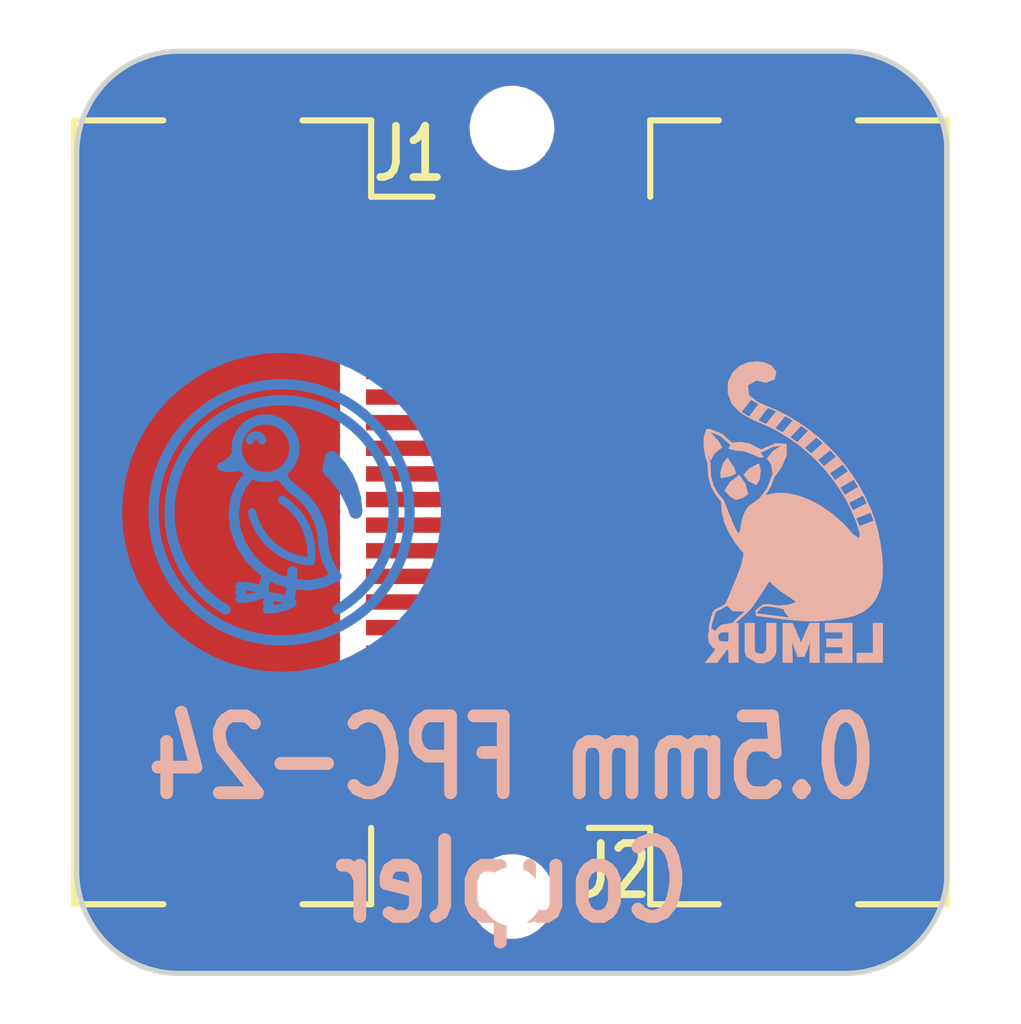
<source format=kicad_pcb>
(kicad_pcb (version 20221018) (generator pcbnew)
  (layers (0 "F.Cu" signal) (31 "B.Cu" signal) (34 "B.Paste" user) (35 "F.Paste" user) (36 "B.SilkS" user "B.Silkscreen") (37 "F.SilkS" user "F.Silkscreen") (38 "B.Mask" user) (39 "F.Mask" user) (44 "Edge.Cuts" user))
  (net 0 "")
  (net 1 "Net-(J1-Pad1)")
  (net 2 "Net-(J1-Pad2)")
  (net 3 "Net-(J1-Pad3)")
  (net 4 "Net-(J1-Pad4)")
  (net 5 "Net-(J1-Pad5)")
  (net 6 "Net-(J1-Pad6)")
  (net 7 "Net-(J1-Pad7)")
  (net 8 "Net-(J1-Pad8)")
  (net 9 "Net-(J1-Pad9)")
  (net 10 "Net-(J1-Pad10)")
  (net 11 "Net-(J1-Pad11)")
  (net 12 "Net-(J1-Pad12)")
  (net 13 "Net-(J1-Pad13)")
  (net 14 "Net-(J1-Pad14)")
  (net 15 "Net-(J1-Pad15)")
  (net 16 "Net-(J1-Pad16)")
  (net 17 "Net-(J1-Pad17)")
  (net 18 "Net-(J1-Pad18)")
  (net 19 "Net-(J1-Pad19)")
  (net 20 "Net-(J1-Pad20)")
  (net 21 "Net-(J1-Pad21)")
  (net 22 "Net-(J1-Pad22)")
  (net 23 "Net-(J1-Pad23)")
  (net 24 "Net-(J1-Pad24)")
  (footprint "" (layer "F.Cu") (at 154.5 92.5)
    (fp_text reference "" (at 0 0) (layer "F.SilkS") (effects (font (size 1.27 1.27))))
    (fp_text value "" (at 0 0) (layer "F.SilkS") (effects (font (size 1.27 1.27))))
    (pad "" np_thru_hole circle (at 0 0) (size 1.152 1.152) (drill 1.152) (layers "F&B.Cu" "*.Mask"))
  )
  (footprint "Connector_FFC-FPC:Hirose_FH12-24S-0.5SH_1x24-1MP_P0.50mm_Horizontal" (layer "F.Cu") (at 158.5 100 90)
    (fp_text reference "J2" (at -7 -2) (layer "F.SilkS") (effects (font (size 1 0.8))))
    (fp_text value "Conn_01x24")
    (fp_line (start -7.65 -1.3) (end -7.65 0.04) (stroke (width 0.12)) (layer "F.SilkS"))
    (fp_line (start -7.65 2.76) (end -7.65 4.5) (stroke (width 0.12)) (layer "F.SilkS"))
    (fp_line (start -7.65 4.5) (end 7.65 4.5) (stroke (width 0.12)) (layer "F.SilkS"))
    (fp_line (start -6.16 -1.3) (end -7.65 -1.3) (stroke (width 0.12)) (layer "F.SilkS"))
    (fp_line (start -6.16 -1.3) (end -6.16 -2.5) (stroke (width 0.12)) (layer "F.SilkS"))
    (fp_line (start 6.16 -1.3) (end 7.65 -1.3) (stroke (width 0.12)) (layer "F.SilkS"))
    (fp_line (start 7.65 -1.3) (end 7.65 0.04) (stroke (width 0.12)) (layer "F.SilkS"))
    (fp_line (start 7.65 4.5) (end 7.65 2.76) (stroke (width 0.12)) (layer "F.SilkS"))
    (pad "1" smd rect (at -5.75 -1.85 90) (size 0.3 1.3) (layers "F.Cu" "F.Paste" "F.Mask") (net 24 "Net-(J1-Pad24)"))
    (pad "2" smd rect (at -5.25 -1.85 90) (size 0.3 1.3) (layers "F.Cu" "F.Paste" "F.Mask") (net 23 "Net-(J1-Pad23)"))
    (pad "3" smd rect (at -4.75 -1.85 90) (size 0.3 1.3) (layers "F.Cu" "F.Paste" "F.Mask") (net 22 "Net-(J1-Pad22)"))
    (pad "4" smd rect (at -4.25 -1.85 90) (size 0.3 1.3) (layers "F.Cu" "F.Paste" "F.Mask") (net 21 "Net-(J1-Pad21)"))
    (pad "5" smd rect (at -3.75 -1.85 90) (size 0.3 1.3) (layers "F.Cu" "F.Paste" "F.Mask") (net 20 "Net-(J1-Pad20)"))
    (pad "6" smd rect (at -3.25 -1.85 90) (size 0.3 1.3) (layers "F.Cu" "F.Paste" "F.Mask") (net 19 "Net-(J1-Pad19)"))
    (pad "7" smd rect (at -2.75 -1.85 90) (size 0.3 1.3) (layers "F.Cu" "F.Paste" "F.Mask") (net 18 "Net-(J1-Pad18)"))
    (pad "8" smd rect (at -2.25 -1.85 90) (size 0.3 1.3) (layers "F.Cu" "F.Paste" "F.Mask") (net 17 "Net-(J1-Pad17)"))
    (pad "9" smd rect (at -1.75 -1.85 90) (size 0.3 1.3) (layers "F.Cu" "F.Paste" "F.Mask") (net 16 "Net-(J1-Pad16)"))
    (pad "10" smd rect (at -1.25 -1.85 90) (size 0.3 1.3) (layers "F.Cu" "F.Paste" "F.Mask") (net 15 "Net-(J1-Pad15)"))
    (pad "11" smd rect (at -0.75 -1.85 90) (size 0.3 1.3) (layers "F.Cu" "F.Paste" "F.Mask") (net 14 "Net-(J1-Pad14)"))
    (pad "12" smd rect (at -0.25 -1.85 90) (size 0.3 1.3) (layers "F.Cu" "F.Paste" "F.Mask") (net 13 "Net-(J1-Pad13)"))
    (pad "13" smd rect (at 0.25 -1.85 90) (size 0.3 1.3) (layers "F.Cu" "F.Paste" "F.Mask") (net 12 "Net-(J1-Pad12)"))
    (pad "14" smd rect (at 0.75 -1.85 90) (size 0.3 1.3) (layers "F.Cu" "F.Paste" "F.Mask") (net 11 "Net-(J1-Pad11)"))
    (pad "15" smd rect (at 1.25 -1.85 90) (size 0.3 1.3) (layers "F.Cu" "F.Paste" "F.Mask") (net 10 "Net-(J1-Pad10)"))
    (pad "16" smd rect (at 1.75 -1.85 90) (size 0.3 1.3) (layers "F.Cu" "F.Paste" "F.Mask") (net 9 "Net-(J1-Pad9)"))
    (pad "17" smd rect (at 2.25 -1.85 90) (size 0.3 1.3) (layers "F.Cu" "F.Paste" "F.Mask") (net 8 "Net-(J1-Pad8)"))
    (pad "18" smd rect (at 2.75 -1.85 90) (size 0.3 1.3) (layers "F.Cu" "F.Paste" "F.Mask") (net 7 "Net-(J1-Pad7)"))
    (pad "19" smd rect (at 3.25 -1.85 90) (size 0.3 1.3) (layers "F.Cu" "F.Paste" "F.Mask") (net 6 "Net-(J1-Pad6)"))
    (pad "20" smd rect (at 3.75 -1.85 90) (size 0.3 1.3) (layers "F.Cu" "F.Paste" "F.Mask") (net 5 "Net-(J1-Pad5)"))
    (pad "21" smd rect (at 4.25 -1.85 90) (size 0.3 1.3) (layers "F.Cu" "F.Paste" "F.Mask") (net 4 "Net-(J1-Pad4)"))
    (pad "22" smd rect (at 4.75 -1.85 90) (size 0.3 1.3) (layers "F.Cu" "F.Paste" "F.Mask") (net 3 "Net-(J1-Pad3)"))
    (pad "23" smd rect (at 5.25 -1.85 90) (size 0.3 1.3) (layers "F.Cu" "F.Paste" "F.Mask") (net 2 "Net-(J1-Pad2)"))
    (pad "24" smd rect (at 5.75 -1.85 90) (size 0.3 1.3) (layers "F.Cu" "F.Paste" "F.Mask") (net 1 "Net-(J1-Pad1)"))
    (pad "MP" smd rect (at -7.65 1.4 90) (size 1.8 2.2) (layers "F.Cu" "F.Paste" "F.Mask"))
    (pad "MP" smd rect (at 7.65 1.4 90) (size 1.8 2.2) (layers "F.Cu" "F.Paste" "F.Mask"))
  )
  (footprint "Connector_FFC-FPC:Hirose_FH12-24S-0.5SH_1x24-1MP_P0.50mm_Horizontal" (layer "F.Cu") (at 150.45 100 -90)
    (fp_text reference "J1" (at -7 -2.05) (layer "F.SilkS") (effects (font (size 1 0.8))))
    (fp_text value "Conn_01x24")
    (fp_line (start -7.65 -1.3) (end -7.65 0.04) (stroke (width 0.12)) (layer "F.SilkS"))
    (fp_line (start -7.65 2.76) (end -7.65 4.5) (stroke (width 0.12)) (layer "F.SilkS"))
    (fp_line (start -7.65 4.5) (end 7.65 4.5) (stroke (width 0.12)) (layer "F.SilkS"))
    (fp_line (start -6.16 -1.3) (end -7.65 -1.3) (stroke (width 0.12)) (layer "F.SilkS"))
    (fp_line (start -6.16 -1.3) (end -6.16 -2.5) (stroke (width 0.12)) (layer "F.SilkS"))
    (fp_line (start 6.16 -1.3) (end 7.65 -1.3) (stroke (width 0.12)) (layer "F.SilkS"))
    (fp_line (start 7.65 -1.3) (end 7.65 0.04) (stroke (width 0.12)) (layer "F.SilkS"))
    (fp_line (start 7.65 4.5) (end 7.65 2.76) (stroke (width 0.12)) (layer "F.SilkS"))
    (pad "1" smd rect (at -5.75 -1.85 270) (size 0.3 1.3) (layers "F.Cu" "F.Paste" "F.Mask") (net 1 "Net-(J1-Pad1)"))
    (pad "2" smd rect (at -5.25 -1.85 270) (size 0.3 1.3) (layers "F.Cu" "F.Paste" "F.Mask") (net 2 "Net-(J1-Pad2)"))
    (pad "3" smd rect (at -4.75 -1.85 270) (size 0.3 1.3) (layers "F.Cu" "F.Paste" "F.Mask") (net 3 "Net-(J1-Pad3)"))
    (pad "4" smd rect (at -4.25 -1.85 270) (size 0.3 1.3) (layers "F.Cu" "F.Paste" "F.Mask") (net 4 "Net-(J1-Pad4)"))
    (pad "5" smd rect (at -3.75 -1.85 270) (size 0.3 1.3) (layers "F.Cu" "F.Paste" "F.Mask") (net 5 "Net-(J1-Pad5)"))
    (pad "6" smd rect (at -3.25 -1.85 270) (size 0.3 1.3) (layers "F.Cu" "F.Paste" "F.Mask") (net 6 "Net-(J1-Pad6)"))
    (pad "7" smd rect (at -2.75 -1.85 270) (size 0.3 1.3) (layers "F.Cu" "F.Paste" "F.Mask") (net 7 "Net-(J1-Pad7)"))
    (pad "8" smd rect (at -2.25 -1.85 270) (size 0.3 1.3) (layers "F.Cu" "F.Paste" "F.Mask") (net 8 "Net-(J1-Pad8)"))
    (pad "9" smd rect (at -1.75 -1.85 270) (size 0.3 1.3) (layers "F.Cu" "F.Paste" "F.Mask") (net 9 "Net-(J1-Pad9)"))
    (pad "10" smd rect (at -1.25 -1.85 270) (size 0.3 1.3) (layers "F.Cu" "F.Paste" "F.Mask") (net 10 "Net-(J1-Pad10)"))
    (pad "11" smd rect (at -0.75 -1.85 270) (size 0.3 1.3) (layers "F.Cu" "F.Paste" "F.Mask") (net 11 "Net-(J1-Pad11)"))
    (pad "12" smd rect (at -0.25 -1.85 270) (size 0.3 1.3) (layers "F.Cu" "F.Paste" "F.Mask") (net 12 "Net-(J1-Pad12)"))
    (pad "13" smd rect (at 0.25 -1.85 270) (size 0.3 1.3) (layers "F.Cu" "F.Paste" "F.Mask") (net 13 "Net-(J1-Pad13)"))
    (pad "14" smd rect (at 0.75 -1.85 270) (size 0.3 1.3) (layers "F.Cu" "F.Paste" "F.Mask") (net 14 "Net-(J1-Pad14)"))
    (pad "15" smd rect (at 1.25 -1.85 270) (size 0.3 1.3) (layers "F.Cu" "F.Paste" "F.Mask") (net 15 "Net-(J1-Pad15)"))
    (pad "16" smd rect (at 1.75 -1.85 270) (size 0.3 1.3) (layers "F.Cu" "F.Paste" "F.Mask") (net 16 "Net-(J1-Pad16)"))
    (pad "17" smd rect (at 2.25 -1.85 270) (size 0.3 1.3) (layers "F.Cu" "F.Paste" "F.Mask") (net 17 "Net-(J1-Pad17)"))
    (pad "18" smd rect (at 2.75 -1.85 270) (size 0.3 1.3) (layers "F.Cu" "F.Paste" "F.Mask") (net 18 "Net-(J1-Pad18)"))
    (pad "19" smd rect (at 3.25 -1.85 270) (size 0.3 1.3) (layers "F.Cu" "F.Paste" "F.Mask") (net 19 "Net-(J1-Pad19)"))
    (pad "20" smd rect (at 3.75 -1.85 270) (size 0.3 1.3) (layers "F.Cu" "F.Paste" "F.Mask") (net 20 "Net-(J1-Pad20)"))
    (pad "21" smd rect (at 4.25 -1.85 270) (size 0.3 1.3) (layers "F.Cu" "F.Paste" "F.Mask") (net 21 "Net-(J1-Pad21)"))
    (pad "22" smd rect (at 4.75 -1.85 270) (size 0.3 1.3) (layers "F.Cu" "F.Paste" "F.Mask") (net 22 "Net-(J1-Pad22)"))
    (pad "23" smd rect (at 5.25 -1.85 270) (size 0.3 1.3) (layers "F.Cu" "F.Paste" "F.Mask") (net 23 "Net-(J1-Pad23)"))
    (pad "24" smd rect (at 5.75 -1.85 270) (size 0.3 1.3) (layers "F.Cu" "F.Paste" "F.Mask") (net 24 "Net-(J1-Pad24)"))
    (pad "MP" smd rect (at -7.65 1.4 270) (size 1.8 2.2) (layers "F.Cu" "F.Paste" "F.Mask"))
    (pad "MP" smd rect (at 7.65 1.4 270) (size 1.8 2.2) (layers "F.Cu" "F.Paste" "F.Mask"))
  )
  (footprint "" (layer "F.Cu") (at 154.5 107.5)
    (fp_text reference "" (at 0 0) (layer "F.SilkS") (effects (font (size 1.27 1.27))))
    (fp_text value "" (at 0 0) (layer "F.SilkS") (effects (font (size 1.27 1.27))))
    (pad "" np_thru_hole circle (at 0 0) (size 1.152 1.152) (drill 1.152) (layers "F&B.Cu" "*.Mask"))
  )
  (footprint "edg:Symbol_LemurSmall" (layer "B.Cu") (at 160 100 180)
    (fp_text reference "UU5" hide)
    (fp_text value "Lemur" hide)
    (fp_poly (pts (xy 1.059698 0.73278) (xy 0.94017 0.560564) (xy 0.883688 0.351821) (xy 0.996324 0.276257) (xy 1.138039 0.241956) (xy 1.255304 0.31878) (xy 1.34919 0.428095) (xy 1.238822 0.599044) (xy 1.059698 0.73278)) (fill solid) (layer "B.SilkS"))
    (fp_poly (pts (xy 1.295653 1.063612) (xy 1.275602 1.05183) (xy 1.159831 0.881314) (xy 1.121296 0.75438) (xy 1.259161 0.694128) (xy 1.42474 0.665393) (xy 1.432616 0.773911) (xy 1.3768 0.966348) (xy 1.295653 1.063612)) (fill solid) (layer "B.SilkS"))
    (fp_poly (pts (xy 0.689385 0.95137) (xy 0.674708 0.946925) (xy 0.63961 0.824426) (xy 0.661561 0.634806) (xy 0.727728 0.52752) (xy 0.886354 0.609674) (xy 0.979496 0.733812) (xy 0.863877 0.859785) (xy 0.689385 0.951369) (xy 0.689385 0.95137)) (fill solid) (layer "B.SilkS"))
    (fp_poly (pts (xy -1.543451 -2.157484) (xy -1.745092 -2.157589) (xy -1.745092 -2.548883) (xy -1.745092 -2.9378) (xy -1.487433 -2.9378) (xy -1.229671 -2.9378) (xy -1.229566 -2.839718) (xy -1.229671 -2.741637) (xy -1.388318 -2.741637) (xy -1.546964 -2.741637) (xy -1.546964 -2.486665) (xy -1.546391 -2.235109) (xy -1.543451 -2.157486) (xy -1.543451 -2.157484)) (fill solid) (layer "B.SilkS"))
    (fp_poly (pts (xy -1.150813 -2.157484) (xy -1.150813 -2.547847) (xy -1.150813 -2.938004) (xy -0.879925 -2.938004) (xy -0.609037 -2.938004) (xy -0.609037 -2.843953) (xy -0.609037 -2.750005) (xy -0.77988 -2.750005) (xy -0.950722 -2.750005) (xy -0.950722 -2.692335) (xy -0.950722 -2.634767) (xy -0.794039 -2.634767) (xy -0.637356 -2.634767) (xy -0.637356 -2.549914) (xy -0.637356 -2.464958) (xy -0.794039 -2.464958) (xy -0.950722 -2.464958) (xy -0.950722 -2.40429) (xy -0.950722 -2.343622) (xy -0.77988 -2.343728) (xy -0.609037 -2.343728) (xy -0.609656 -2.251227) (xy -0.610275 -2.158726) (xy -0.880647 -2.158196) (xy -1.150813 -2.157484)) (fill solid) (layer "B.SilkS"))
    (fp_poly (pts (xy 0.334781 -2.157484) (xy 0.33531 -2.434159) (xy 0.335929 -2.710525) (xy 0.340374 -2.732745) (xy 0.3535 -2.77822) (xy 0.361561 -2.796411) (xy 0.441557 -2.889635) (xy 0.56403 -2.942242) (xy 0.593589 -2.946999) (xy 0.716372 -2.94421) (xy 0.913052 -2.825561) (xy 0.945298 -2.761276) (xy 0.950879 -2.738331) (xy 0.956461 -2.718591) (xy 0.956461 -2.438608) (xy 0.956461 -2.158728) (xy 0.856829 -2.158199) (xy 0.7573 -2.15758) (xy 0.7573 -2.423507) (xy 0.756753 -2.657037) (xy 0.753061 -2.701836) (xy 0.728566 -2.740697) (xy 0.604646 -2.763124) (xy 0.537157 -2.692121) (xy 0.535493 -2.619202) (xy 0.534881 -2.418959) (xy 0.534987 -2.15758) (xy 0.434838 -2.15758) (xy 0.334781 -2.157484)) (fill solid) (layer "B.SilkS"))
    (fp_poly (pts (xy -0.407396 -2.158103) (xy -0.507028 -2.158526) (xy -0.507854 -2.548373) (xy -0.508473 -2.938013) (xy -0.409461 -2.938013) (xy -0.310345 -2.938013) (xy -0.310345 -2.811716) (xy -0.315304 -2.630228) (xy -0.321298 -2.565529) (xy -0.319853 -2.555918) (xy -0.310242 -2.573591) (xy -0.30125 -2.597362) (xy -0.274792 -2.664335) (xy -0.24947 -2.728827) (xy -0.237378 -2.760039) (xy -0.222702 -2.798487) (xy -0.21371 -2.821741) (xy -0.144774 -2.82236) (xy -0.075941 -2.82298) (xy -0.073565 -2.814298) (xy -0.067778 -2.797658) (xy -0.060026 -2.778434) (xy -0.04659 -2.743811) (xy -0.037392 -2.718387) (xy -0.029227 -2.697406) (xy -0.018892 -2.670327) (xy -0.012897 -2.654204) (xy 0.016455 -2.57793) (xy 0.028547 -2.556122) (xy 0.030616 -2.564701) (xy 0.023381 -2.647073) (xy 0.0178 -2.828974) (xy 0.018419 -2.937081) (xy 0.117431 -2.937081) (xy 0.216444 -2.937081) (xy 0.216444 -2.547957) (xy 0.216444 -2.158834) (xy 0.117741 -2.158834) (xy 0.018936 -2.158834) (xy 0.008911 -2.181055) (xy -0.006282 -2.216402) (xy -0.013103 -2.231594) (xy -0.020752 -2.248854) (xy -0.043592 -2.302391) (xy -0.074702 -2.374325) (xy -0.08452 -2.396752) (xy -0.094545 -2.4198) (xy -0.124621 -2.488426) (xy -0.131752 -2.505583) (xy -0.140641 -2.52646) (xy -0.145599 -2.536279) (xy -0.156141 -2.513128) (xy -0.16658 -2.488736) (xy -0.174641 -2.470133) (xy -0.182702 -2.451012) (xy -0.190661 -2.432202) (xy -0.201616 -2.407294) (xy -0.232209 -2.336601) (xy -0.240064 -2.318514) (xy -0.259597 -2.272005) (xy -0.268072 -2.252782) (xy -0.280681 -2.224463) (xy -0.29298 -2.195111) (xy -0.302902 -2.172373) (xy -0.308067 -2.159764) (xy -0.407596 -2.158213) (xy -0.407396 -2.158103)) (fill solid) (layer "B.SilkS"))
    (fp_poly (pts (xy 0.709435 2.947218) (xy 0.563291 2.927589) (xy 0.43648 2.869496) (xy 0.334674 2.744833) (xy 0.369714 2.592407) (xy 0.542532 2.529433) (xy 0.725868 2.570393) (xy 0.887822 2.480166) (xy 0.871906 2.28917) (xy 0.697345 2.153647) (xy 0.501609 2.067532) (xy 0.31132 1.988827) (xy 0.095049 1.875903) (xy -0.113097 1.748611) (xy -0.312394 1.607734) (xy -0.502119 1.454057) (xy -0.681548 1.288365) (xy -0.849959 1.111442) (xy -1.006628 0.924073) (xy -1.15083 0.727042) (xy -1.281843 0.521135) (xy -1.398944 0.307136) (xy -1.501408 0.08583) (xy -1.588513 -0.141999) (xy -1.650712 -0.365238) (xy -1.698858 -0.598415) (xy -1.73088 -0.833888) (xy -1.744707 -1.064015) (xy -1.738271 -1.281155) (xy -1.696959 -1.495671) (xy -1.619779 -1.678645) (xy -1.507587 -1.828821) (xy -1.361612 -1.944676) (xy -1.183637 -2.025365) (xy -0.97532 -2.070667) (xy -0.965811 -2.070349) (xy -0.687576 -2.114208) (xy -0.436126 -2.131143) (xy -0.210302 -2.12523) (xy 0.095621 -2.101829) (xy 0.095621 -2.048651) (xy 0.18428 -1.940639) (xy 0.190188 -1.901993) (xy 0.205321 -1.8904) (xy 0.321654 -1.863546) (xy 0.435446 -1.844013) (xy 0.435446 -1.844119) (xy 0.525363 -1.837814) (xy 0.525364 -1.837813) (xy 0.585929 -1.840602) (xy 0.641429 -1.873158) (xy 0.704268 -1.942818) (xy 0.709226 -1.967519) (xy 0.70685 -1.973203) (xy 0.095621 -2.048651) (xy 0.095621 -2.101829) (xy 0.103167 -2.101252) (xy 0.730519 -2.023841) (xy 0.748812 -1.919041) (xy 0.598021 -1.794708) (xy 0.470267 -1.792885) (xy 0.31225 -1.818169) (xy 0.098413 -1.801942) (xy -0.041837 -1.751299) (xy 0.04777 -1.681123) (xy 0.252387 -1.545247) (xy 0.413226 -1.410648) (xy 0.471517 -1.350393) (xy 0.496322 -1.386153) (xy 0.586032 -1.524853) (xy 0.734515 -1.751691) (xy 0.846386 -1.900681) (xy 0.931437 -1.984773) (xy 1.126877 -2.158613) (xy 1.07365 -2.158825) (xy 1.073333 -2.545881) (xy 1.073214 -2.820015) (xy 1.07365 -2.935521) (xy 1.07365 -2.935627) (xy 1.173696 -2.938109) (xy 1.272812 -2.938109) (xy 1.273431 -2.814292) (xy 1.27405 -2.690475) (xy 1.290173 -2.690052) (xy 1.3064 -2.689628) (xy 1.314565 -2.70017) (xy 1.341024 -2.736531) (xy 1.341024 -2.520871) (xy 1.273845 -2.519114) (xy 1.273316 -2.429404) (xy 1.273845 -2.342485) (xy 1.339577 -2.342485) (xy 1.416472 -2.346104) (xy 1.475176 -2.401398) (xy 1.459364 -2.489454) (xy 1.418436 -2.515913) (xy 1.341024 -2.520871) (xy 1.341024 -2.736531) (xy 1.345777 -2.743062) (xy 1.371099 -2.777685) (xy 1.386395 -2.798665) (xy 1.412543 -2.834735) (xy 1.445926 -2.880108) (xy 1.476932 -2.922999) (xy 1.487887 -2.938089) (xy 1.611084 -2.938089) (xy 1.73428 -2.938089) (xy 1.720534 -2.920415) (xy 1.691596 -2.883828) (xy 1.673406 -2.860574) (xy 1.664104 -2.849205) (xy 1.633615 -2.810758) (xy 1.604469 -2.774068) (xy 1.59186 -2.758875) (xy 1.559924 -2.717844) (xy 1.534086 -2.685494) (xy 1.52375 -2.671025) (xy 1.527058 -2.669167) (xy 1.535131 -2.665015) (xy 1.535131 -2.31661) (xy 1.497875 -2.268524) (xy 1.411314 -2.191919) (xy 1.19447 -2.157174) (xy 1.074189 -2.031583) (xy 0.957172 -1.940442) (xy 1.195947 -1.929827) (xy 1.299683 -1.822723) (xy 1.420399 -1.894244) (xy 1.501531 -1.931244) (xy 1.529437 -1.964213) (xy 1.594239 -2.187869) (xy 1.604057 -2.265797) (xy 1.535131 -2.31661) (xy 1.535131 -2.665015) (xy 1.581318 -2.641262) (xy 1.657076 -2.535738) (xy 1.673303 -2.422257) (xy 1.659246 -2.321488) (xy 1.651081 -2.300921) (xy 1.656456 -2.284178) (xy 1.649634 -2.200875) (xy 1.617047 -2.055658) (xy 1.577184 -1.945387) (xy 1.532019 -1.892884) (xy 1.441275 -1.850923) (xy 1.339886 -1.792941) (xy 1.275911 -1.660443) (xy 1.194572 -1.461075) (xy 1.110872 -1.257063) (xy 1.030137 -1.043323) (xy 0.992207 -0.885814) (xy 0.978151 -0.80034) (xy 1.082367 -0.671887) (xy 1.082367 -0.400573) (xy 1.061235 -0.396305) (xy 1.047171 -0.349497) (xy 1.034066 -0.271306) (xy 1.015805 -0.17289) (xy 0.986278 -0.065405) (xy 0.939371 0.039991) (xy 0.868972 0.132142) (xy 0.76897 0.19989) (xy 0.666134 0.278645) (xy 0.52001 0.469853) (xy 0.428836 0.71159) (xy 0.422324 0.723475) (xy 0.332097 0.837681) (xy 0.414263 0.742286) (xy 0.437424 0.926491) (xy 0.522784 1.051104) (xy 0.409524 1.195424) (xy 0.25448 1.296361) (xy 0.412295 1.274337) (xy 0.616318 1.169753) (xy 0.64443 1.166547) (xy 0.578869 1.073535) (xy 0.666653 1.070347) (xy 0.807521 1.13089) (xy 0.991474 1.194045) (xy 1.125227 1.2021) (xy 1.272247 1.237325) (xy 1.248321 1.296771) (xy 1.224446 1.303386) (xy 1.243153 1.317338) (xy 1.430945 1.4857) (xy 1.620494 1.562698) (xy 1.620491 1.562703) (xy 1.466892 1.395974) (xy 1.391564 1.268561) (xy 1.545247 1.144509) (xy 1.623281 0.997879) (xy 1.675784 1.132652) (xy 1.667929 1.096582) (xy 1.627829 0.983927) (xy 1.623077 0.96677) (xy 1.610779 0.706962) (xy 1.560279 0.521109) (xy 1.477358 0.377296) (xy 1.367795 0.24361) (xy 1.362421 0.234515) (xy 1.359838 0.230896) (xy 1.249305 -0.046567) (xy 1.17029 -0.236861) (xy 1.116682 -0.351144) (xy 1.082367 -0.400573) (xy 1.082367 -0.671887) (xy 1.140693 -0.599997) (xy 1.26578 -0.401163) (xy 1.353739 -0.201276) (xy 1.404894 0.002223) (xy 1.419571 0.211897) (xy 1.528853 0.348493) (xy 1.614458 0.501944) (xy 1.668455 0.698266) (xy 1.682914 0.963479) (xy 1.726426 1.082335) (xy 1.755675 1.268267) (xy 1.757682 1.460452) (xy 1.712576 1.612845) (xy 1.692836 1.625868) (xy 1.639609 1.628863) (xy 1.399314 1.536156) (xy 1.205527 1.363143) (xy 1.029211 1.374564) (xy 0.85391 1.344046) (xy 0.633676 1.228474) (xy 0.357302 1.348025) (xy 0.155669 1.342369) (xy 0.134895 1.321388) (xy 0.134831 1.108405) (xy 0.225503 0.890997) (xy 0.373537 0.689179) (xy 0.442941 0.501826) (xy 0.539521 0.339433) (xy 0.534356 0.340983) (xy 0.339601 0.381504) (xy 0.128623 0.376548) (xy -0.093059 0.329276) (xy -0.319931 0.24285) (xy -0.546477 0.120431) (xy -0.767182 -0.034819) (xy -0.976528 -0.219739) (xy -1.169002 -0.431166) (xy -1.277771 -0.503657) (xy -1.289895 -0.423581) (xy -1.288479 -0.418328) (xy -1.288479 -0.266332) (xy -1.307186 -0.257857) (xy -1.540144 -0.169801) (xy -1.55978 -0.1636) (xy -1.553063 -0.144169) (xy -1.511204 -0.030068) (xy -1.509654 -0.026141) (xy -1.506453 -0.02304) (xy -1.497872 -0.014462) (xy -1.486297 -0.018182) (xy -1.244761 -0.110166) (xy -1.227501 -0.117814) (xy -1.234219 -0.135488) (xy -1.280624 -0.247418) (xy -1.288479 -0.266332) (xy -1.288479 -0.418328) (xy -1.25015 -0.276062) (xy -1.203315 -0.146222) (xy -1.158565 -0.043083) (xy -1.158565 0.042382) (xy -1.177375 0.053131) (xy -1.405371 0.167646) (xy -1.424285 0.175914) (xy -1.4155 0.194518) (xy -1.36217 0.304175) (xy -1.353592 0.321021) (xy -1.336331 0.313373) (xy -1.105545 0.195758) (xy -1.088801 0.186249) (xy -1.097587 0.169196) (xy -1.149366 0.062019) (xy -1.158565 0.042382) (xy -1.158565 -0.043083) (xy -1.109461 0.07009) (xy -1.000413 0.279004) (xy -0.999918 0.27981) (xy -0.999918 0.34562) (xy -1.017488 0.357505) (xy -1.23825 0.483906) (xy -1.2583 0.493207) (xy -1.246931 0.512225) (xy -1.182646 0.616404) (xy -1.173137 0.631287) (xy -1.157221 0.623742) (xy -0.932325 0.493311) (xy -0.915996 0.482355) (xy -0.926744 0.465923) (xy -0.989066 0.36381) (xy -0.999918 0.34562) (xy -0.999918 0.27981) (xy -0.876956 0.479714) (xy -0.811092 0.571818) (xy -0.811092 0.632217) (xy -0.827215 0.644413) (xy -1.038262 0.78921) (xy -1.057072 0.800579) (xy -1.04405 0.818252) (xy -0.970049 0.91499) (xy -0.959094 0.92884) (xy -0.944004 0.919745) (xy -0.72965 0.771847) (xy -0.713527 0.759444) (xy -0.72624 0.743425) (xy -0.799103 0.648443) (xy -0.811092 0.632217) (xy -0.811092 0.571818) (xy -0.739872 0.671413) (xy -0.591984 0.850818) (xy -0.591984 0.901968) (xy -0.606763 0.915404) (xy -0.805408 1.076324) (xy -0.823598 1.089347) (xy -0.808612 1.105987) (xy -0.725516 1.195077) (xy -0.713527 1.207582) (xy -0.699471 1.197454) (xy -0.496899 1.032193) (xy -0.481603 1.01824) (xy -0.496073 1.003461) (xy -0.578548 0.916748) (xy -0.591984 0.901968) (xy -0.591984 0.850818) (xy -0.589944 0.853294) (xy -0.427956 1.02455) (xy -0.344868 1.101193) (xy -0.344868 1.150532) (xy -0.358303 1.164174) (xy -0.548576 1.335326) (xy -0.567283 1.349899) (xy -0.549713 1.365816) (xy -0.457109 1.447258) (xy -0.4445 1.45811) (xy -0.431581 1.447568) (xy -0.23831 1.270008) (xy -0.223118 1.254608) (xy -0.239758 1.240758) (xy -0.330708 1.163347) (xy -0.344868 1.150532) (xy -0.344868 1.101193) (xy -0.254692 1.184374) (xy -0.072636 1.330594) (xy -0.072636 1.373154) (xy -0.084728 1.386589) (xy -0.263219 1.572935) (xy -0.280479 1.589264) (xy -0.261358 1.603424) (xy -0.161209 1.674944) (xy -0.14767 1.684349) (xy -0.135888 1.672877) (xy 0.044566 1.482191) (xy 0.059655 1.465138) (xy 0.040742 1.452322) (xy -0.058063 1.383799) (xy -0.072636 1.373154) (xy -0.072636 1.330594) (xy -0.070935 1.331961) (xy 0.122533 1.466502) (xy 0.213754 1.520899) (xy 0.213754 1.562186) (xy 0.203006 1.576449) (xy 0.036814 1.773853) (xy 0.019451 1.792043) (xy 0.041052 1.804859) (xy 0.149159 1.867181) (xy 0.162802 1.874622) (xy 0.173447 1.863253) (xy 0.340982 1.659338) (xy 0.354624 1.640734) (xy 0.334367 1.629882) (xy 0.229154 1.571178) (xy 0.213754 1.562186) (xy 0.213754 1.520899) (xy 0.324927 1.587192) (xy 0.533735 1.692352) (xy 0.533735 1.728688) (xy 0.524434 1.742847) (xy 0.362376 1.946969) (xy 0.344082 1.966503) (xy 0.367854 1.978595) (xy 0.486606 2.029961) (xy 0.499422 2.034819) (xy 0.508517 2.024587) (xy 0.593708 1.92166) (xy 0.669747 1.813127) (xy 0.68277 1.79287) (xy 0.660343 1.783878) (xy 0.549238 1.735612) (xy 0.533735 1.728688) (xy 0.533735 1.692352) (xy 0.535464 1.693223) (xy 0.753361 1.783789) (xy 0.871079 1.842895) (xy 0.871079 1.872141) (xy 0.861054 1.887954) (xy 0.706128 2.090526) (xy 0.688765 2.109957) (xy 0.711916 2.121738) (xy 0.813305 2.184371) (xy 0.827981 2.195532) (xy 0.84028 2.18189) (xy 0.99996 1.976528) (xy 1.009882 1.961025) (xy 0.995206 1.949863) (xy 0.887512 1.881133) (xy 0.871079 1.872141) (xy 0.871079 1.842895) (xy 0.921951 1.868437) (xy 1.070448 1.967447) (xy 1.212493 2.121853) (xy 1.287697 2.322822) (xy 1.284585 2.538211) (xy 1.19168 2.735876) (xy 1.048771 2.864265) (xy 0.885429 2.930566) (xy 0.70954 2.947129) (xy 0.709435 2.947218)) (fill solid) (layer "B.SilkS"))
  )
  (footprint "edg:Symbol_Duckling" (layer "B.Cu") (at 150 100 180)
    (fp_text reference "UU4" hide)
    (fp_text value "Duck" hide)
    (fp_line (start -1.072198 -1.25) (end -0.807277 -1.374087) (stroke (width 0.2)) (layer "B.Cu"))
    (fp_line (start -0.807277 -1.374087) (end -0.51095 -1.424715) (stroke (width 0.2)) (layer "B.Cu"))
    (fp_line (start -0.51095 -1.424715) (end -0.201673 -1.39873) (stroke (width 0.2)) (layer "B.Cu"))
    (fp_line (start -0.201673 -1.39873) (end 0.101295 -1.297751) (stroke (width 0.2)) (layer "B.Cu"))
    (fp_line (start -0.2 -1.39571) (end -0.212004 -1.146914) (stroke (width 0.2)) (layer "B.Cu"))
    (fp_line (start -0.150743 -1.768905) (end -0.2 -1.39571) (stroke (width 0.2)) (layer "B.Cu"))
    (fp_line (start 0.101295 -1.297751) (end 0.379085 -1.128065) (stroke (width 0.2)) (layer "B.Cu"))
    (fp_line (start 0.379085 -1.128065) (end 0.614398 -0.900241) (stroke (width 0.2)) (layer "B.Cu"))
    (fp_line (start 0.382558 -1.56145) (end 0.273702 -1.202597) (stroke (width 0.2)) (layer "B.Cu"))
    (fp_line (start 0.614398 -0.900241) (end 0.792579 -0.628467) (stroke (width 0.2)) (layer "B.Cu"))
    (fp_line (start 0.778054 0.54137) (end 0.59375 0.762861) (stroke (width 0.2)) (layer "B.Cu"))
    (fp_line (start 0.792579 -0.628467) (end 0.902531 -0.329667) (stroke (width 0.2)) (layer "B.Cu"))
    (fp_line (start 0.895035 0.27405) (end 0.778054 0.54137) (stroke (width 0.2)) (layer "B.Cu"))
    (fp_line (start 0.902531 -0.329667) (end 0.937407 -0.022451) (stroke (width 0.2)) (layer "B.Cu"))
    (fp_line (start 0.937407 -0.022451) (end 0.895035 0.27405) (stroke (width 0.2)) (layer "B.Cu"))
    (fp_arc (start -1.072198 -1.25) (mid -0.886856 -0.918958) (end -0.809364 -0.547562) (stroke (width 0.2)) (layer "B.Cu"))
    (fp_arc (start -0.573812 -0.957555) (mid 0.159981 -0.670103) (end 0.575946 -0.000734) (stroke (width 0.16)) (layer "B.Cu"))
    (fp_arc (start -0.303506 0.391461) (mid -0.66162 -0.021386) (end -0.809366 -0.547561) (stroke (width 0.2)) (layer "B.Cu"))
    (fp_arc (start -0.303506 0.391461) (mid -0.117369 0.560253) (end 0.03125 0.762861) (stroke (width 0.2)) (layer "B.Cu"))
    (fp_arc (start -0.213243 -1.768905) (mid 0.027927 -1.866421) (end 0.28661 -1.89391) (stroke (width 0.16)) (layer "B.Cu"))
    (fp_arc (start -0.013396 0.243068) (mid -0.465729 -0.276784) (end -0.573838 -0.957346) (stroke (width 0.16)) (layer "B.Cu"))
    (fp_arc (start 0.286757 -1.768905) (mid 0.224257 -1.831405) (end 0.286757 -1.893905) (stroke (width 0.16)) (layer "B.Cu"))
    (fp_arc (start 0.286757 -1.643905) (mid 0.02807 -1.671354) (end -0.213115 -1.768832) (stroke (width 0.16)) (layer "B.Cu"))
    (fp_arc (start 0.286757 -1.643905) (mid 0.224257 -1.706405) (end 0.286757 -1.768905) (stroke (width 0.16)) (layer "B.Cu"))
    (fp_arc (start 0.320058 -1.56145) (mid 0.561228 -1.658966) (end 0.819911 -1.686455) (stroke (width 0.16)) (layer "B.Cu"))
    (fp_arc (start 0.62074 1.407352) (mid 0.5 1.499999) (end 0.37926 1.407352) (stroke (width 0.16)) (layer "B.Cu"))
    (fp_arc (start 0.763205 0.913443) (mid 0.969128 0.866757) (end 1.178844 0.891296) (stroke (width 0.16)) (layer "B.Cu"))
    (fp_arc (start 0.820058 -1.56145) (mid 0.75756 -1.62395) (end 0.820058 -1.68645) (stroke (width 0.16)) (layer "B.Cu"))
    (fp_arc (start 0.820058 -1.43645) (mid 0.561371 -1.463899) (end 0.320186 -1.561377) (stroke (width 0.16)) (layer "B.Cu"))
    (fp_arc (start 0.820058 -1.43645) (mid 0.75756 -1.49895) (end 0.820058 -1.56145) (stroke (width 0.16)) (layer "B.Cu"))
    (fp_arc (start 0.869178 1.169286) (mid 1.000175 1.003684) (end 1.178836 0.891151) (stroke (width 0.16)) (layer "B.Cu"))
    (fp_arc (start 1.093749 -1.89443) (mid 0.000001 2.187499) (end -1.09375 -1.894429) (stroke (width 0.2)) (layer "B.Cu"))
    (fp_circle (center 0 0) (end 2.5 0) (stroke (width 0.2)) (fill none) (layer "B.Cu"))
    (fp_circle (center 0.3125 1.25) (end 0.875 1.25) (stroke (width 0.2)) (fill none) (layer "B.Cu"))
  )
  (gr_arc (start 146 93) (mid 146.585786 91.585786) (end 148 91) (stroke (width 0.1)) (layer "Edge.Cuts"))
  (gr_line (start 163 93) (end 163 107) (stroke (width 0.1)) (layer "Edge.Cuts"))
  (gr_line (start 148 91) (end 161 91) (stroke (width 0.1)) (layer "Edge.Cuts"))
  (gr_arc (start 163 107) (mid 162.414214 108.414214) (end 161 109) (stroke (width 0.1)) (layer "Edge.Cuts"))
  (gr_line (start 146 107) (end 146 93) (stroke (width 0.1)) (layer "Edge.Cuts"))
  (gr_arc (start 148 109) (mid 146.585786 108.414214) (end 146 107) (stroke (width 0.1)) (layer "Edge.Cuts"))
  (gr_line (start 161 109) (end 148 109) (stroke (width 0.1)) (layer "Edge.Cuts"))
  (gr_arc (start 161 91) (mid 162.414214 91.585786) (end 163 93) (stroke (width 0.1)) (layer "Edge.Cuts"))
  (gr_text "0.5mm FPC-24\nCoupler" (at 154.5 106) (layer "B.SilkS") (effects (font (size 1.5 1.2) (thickness 0.25)) (justify mirror)))
  (segment (start 152.8 94.25) (end 156.15 94.25) (width 0.3) (layer "F.Cu") (net 1))
  (segment (start 156.15 94.75) (end 152.8 94.75) (width 0.3) (layer "F.Cu") (net 2))
  (segment (start 152.8 95.25) (end 156.15 95.25) (width 0.3) (layer "F.Cu") (net 3))
  (segment (start 152.8 95.75) (end 156.15 95.75) (width 0.3) (layer "F.Cu") (net 4))
  (segment (start 156.15 96.25) (end 152.8 96.25) (width 0.3) (layer "F.Cu") (net 5))
  (segment (start 152.8 96.75) (end 156.15 96.75) (width 0.3) (layer "F.Cu") (net 6))
  (segment (start 156.15 97.25) (end 152.8 97.25) (width 0.3) (layer "F.Cu") (net 7))
  (segment (start 152.8 97.75) (end 156.15 97.75) (width 0.3) (layer "F.Cu") (net 8))
  (segment (start 156.15 98.25) (end 152.8 98.25) (width 0.3) (layer "F.Cu") (net 9))
  (segment (start 152.8 98.75) (end 156.15 98.75) (width 0.3) (layer "F.Cu") (net 10))
  (segment (start 156.15 99.25) (end 152.8 99.25) (width 0.3) (layer "F.Cu") (net 11))
  (segment (start 152.8 99.75) (end 156.15 99.75) (width 0.3) (layer "F.Cu") (net 12))
  (segment (start 156.15 100.25) (end 152.8 100.25) (width 0.3) (layer "F.Cu") (net 13))
  (segment (start 152.8 100.75) (end 156.15 100.75) (width 0.3) (layer "F.Cu") (net 14))
  (segment (start 156.15 101.25) (end 152.8 101.25) (width 0.3) (layer "F.Cu") (net 15))
  (segment (start 152.8 101.75) (end 156.15 101.75) (width 0.3) (layer "F.Cu") (net 16))
  (segment (start 156.15 102.25) (end 152.8 102.25) (width 0.3) (layer "F.Cu") (net 17))
  (segment (start 152.8 102.75) (end 156.15 102.75) (width 0.3) (layer "F.Cu") (net 18))
  (segment (start 152.8 103.25) (end 156.15 103.25) (width 0.3) (layer "F.Cu") (net 19))
  (segment (start 156.15 103.75) (end 152.8 103.75) (width 0.3) (layer "F.Cu") (net 20))
  (segment (start 152.8 104.25) (end 156.15 104.25) (width 0.3) (layer "F.Cu") (net 21))
  (segment (start 156.15 104.75) (end 152.8 104.75) (width 0.3) (layer "F.Cu") (net 22))
  (segment (start 152.8 105.25) (end 156.15 105.25) (width 0.3) (layer "F.Cu") (net 23))
  (segment (start 156.15 105.75) (end 152.8 105.75) (width 0.3) (layer "F.Cu") (net 24))
  (zone (net 0) (net_name "") (layers "F&B.Cu") (connect_pads (clearance 0.508)) (min_thickness 0.254) (fill yes (thermal_gap 0.508) (thermal_bridge_width 0.508))
    (polygon (pts (xy 164 110) (xy 145 110) (xy 145 90) (xy 164 90)))
  )
)
</source>
